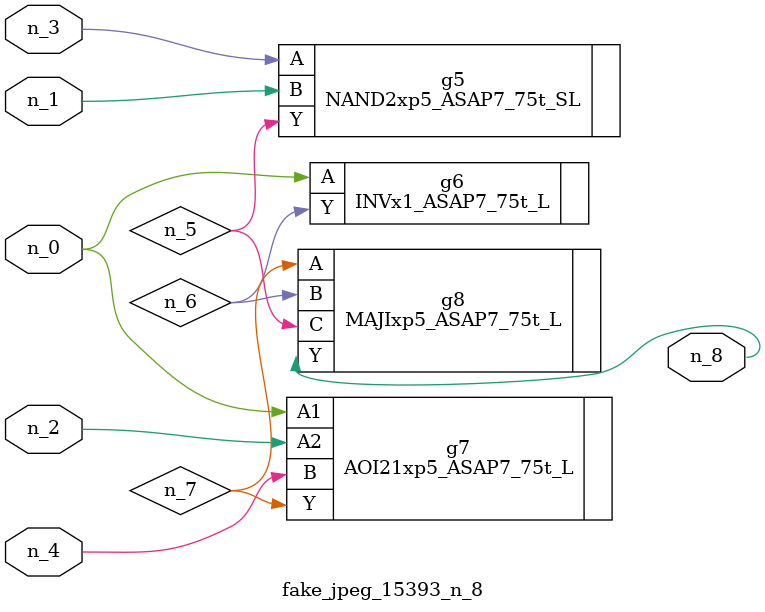
<source format=v>
module fake_jpeg_15393_n_8 (n_3, n_2, n_1, n_0, n_4, n_8);

input n_3;
input n_2;
input n_1;
input n_0;
input n_4;

output n_8;

wire n_6;
wire n_5;
wire n_7;

NAND2xp5_ASAP7_75t_SL g5 ( 
.A(n_3),
.B(n_1),
.Y(n_5)
);

INVx1_ASAP7_75t_L g6 ( 
.A(n_0),
.Y(n_6)
);

AOI21xp5_ASAP7_75t_L g7 ( 
.A1(n_0),
.A2(n_2),
.B(n_4),
.Y(n_7)
);

MAJIxp5_ASAP7_75t_L g8 ( 
.A(n_7),
.B(n_6),
.C(n_5),
.Y(n_8)
);


endmodule
</source>
